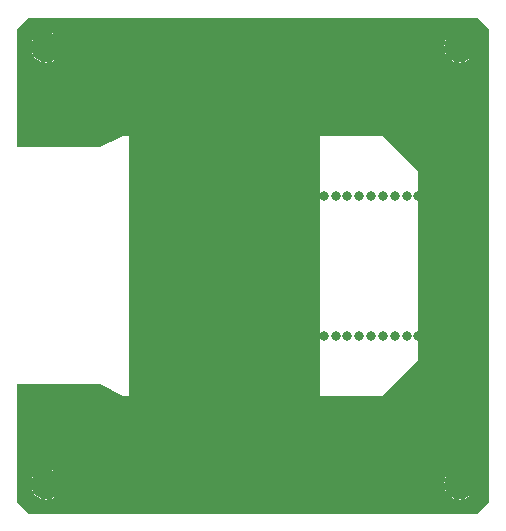
<source format=gbl>
G04 #@! TF.GenerationSoftware,KiCad,Pcbnew,7.0.7*
G04 #@! TF.CreationDate,2023-11-07T16:37:13+01:00*
G04 #@! TF.ProjectId,semkicker_gndplanes,73656d6b-6963-46b6-9572-5f676e64706c,rev?*
G04 #@! TF.SameCoordinates,Original*
G04 #@! TF.FileFunction,Copper,L2,Bot*
G04 #@! TF.FilePolarity,Positive*
%FSLAX46Y46*%
G04 Gerber Fmt 4.6, Leading zero omitted, Abs format (unit mm)*
G04 Created by KiCad (PCBNEW 7.0.7) date 2023-11-07 16:37:13*
%MOMM*%
%LPD*%
G01*
G04 APERTURE LIST*
G04 #@! TA.AperFunction,ViaPad*
%ADD10C,0.800000*%
G04 #@! TD*
G04 APERTURE END LIST*
D10*
X176300000Y-104000000D03*
X180300000Y-104000000D03*
X179300000Y-104000000D03*
X175300000Y-104000000D03*
X178300000Y-104000000D03*
X181300000Y-104000000D03*
X174300000Y-104000000D03*
X177300000Y-104000000D03*
X173300000Y-104000000D03*
X176300000Y-92100000D03*
X180300000Y-92100000D03*
X179300000Y-92100000D03*
X175300000Y-92100000D03*
X178300000Y-92100000D03*
X181300000Y-92100000D03*
X174300000Y-92100000D03*
X177300000Y-92100000D03*
X173300000Y-92100000D03*
X158300000Y-102000000D03*
X158300000Y-107000000D03*
X158300000Y-101000000D03*
X158300000Y-103000000D03*
X158300000Y-108000000D03*
X158300000Y-109000000D03*
X158300000Y-104000000D03*
X158300000Y-105000000D03*
X158300000Y-106000000D03*
X172300000Y-102000000D03*
X172300000Y-107000000D03*
X172300000Y-101000000D03*
X172300000Y-103000000D03*
X172300000Y-108000000D03*
X172300000Y-109000000D03*
X172300000Y-104000000D03*
X172300000Y-105000000D03*
X172300000Y-106000000D03*
X172300000Y-88100000D03*
X172300000Y-93100000D03*
X172300000Y-87100000D03*
X172300000Y-89100000D03*
X172300000Y-94100000D03*
X172300000Y-95100000D03*
X172300000Y-90100000D03*
X172300000Y-91100000D03*
X172300000Y-92100000D03*
X158300000Y-88100000D03*
X158300000Y-93100000D03*
X158300000Y-87100000D03*
X158300000Y-89100000D03*
X158300000Y-94100000D03*
X158300000Y-95100000D03*
X158300000Y-90100000D03*
X158300000Y-91100000D03*
X158300000Y-92100000D03*
X182300000Y-116000000D03*
X180300000Y-108000000D03*
X163300000Y-118000000D03*
X186300000Y-89000000D03*
X172300000Y-110000000D03*
X167300000Y-114000000D03*
X172300000Y-100000000D03*
X169300000Y-82000000D03*
X182300000Y-85000000D03*
X186300000Y-98000000D03*
X169300000Y-118000000D03*
X155300000Y-110000000D03*
X186300000Y-111000000D03*
X169300000Y-86000000D03*
X152300000Y-80000000D03*
X180300000Y-118000000D03*
X182300000Y-117000000D03*
X165300000Y-118000000D03*
X178300000Y-78000000D03*
X165300000Y-78000000D03*
X169300000Y-78000000D03*
X154300000Y-110000000D03*
X167300000Y-110000000D03*
X166300000Y-110000000D03*
X166300000Y-100000000D03*
X170300000Y-82000000D03*
X182300000Y-108000000D03*
X154300000Y-78000000D03*
X182300000Y-111000000D03*
X186300000Y-101000000D03*
X156300000Y-118000000D03*
X186300000Y-103000000D03*
X182300000Y-99000000D03*
X177300000Y-86000000D03*
X166300000Y-96000000D03*
X186300000Y-100000000D03*
X182300000Y-89000000D03*
X172300000Y-78000000D03*
X161300000Y-100000000D03*
X168300000Y-110000000D03*
X153300000Y-82000000D03*
X168300000Y-96000000D03*
X150300000Y-114000000D03*
X186300000Y-82000000D03*
X168300000Y-86000000D03*
X173300000Y-114000000D03*
X176300000Y-82000000D03*
X179300000Y-118000000D03*
X182300000Y-94000000D03*
X148300000Y-83000000D03*
X167300000Y-118000000D03*
X182300000Y-109000000D03*
X166300000Y-82000000D03*
X171300000Y-96000000D03*
X186300000Y-91000000D03*
X172300000Y-96000000D03*
X159300000Y-78000000D03*
X186300000Y-83000000D03*
X174300000Y-110000000D03*
X177300000Y-78000000D03*
X163300000Y-114000000D03*
X158300000Y-97000000D03*
X182300000Y-96000000D03*
X164300000Y-86000000D03*
X162300000Y-82000000D03*
X151300000Y-82000000D03*
X184300000Y-82000000D03*
X181300000Y-82000000D03*
X186300000Y-87000000D03*
X177300000Y-118000000D03*
X152300000Y-109000000D03*
X167300000Y-86000000D03*
X182300000Y-98000000D03*
X186300000Y-88000000D03*
X165300000Y-110000000D03*
X173300000Y-86000000D03*
X152300000Y-82000000D03*
X186300000Y-90000000D03*
X182300000Y-95000000D03*
X176300000Y-86000000D03*
X159300000Y-96000000D03*
X158300000Y-86000000D03*
X158300000Y-118000000D03*
X164300000Y-118000000D03*
X152300000Y-79000000D03*
X175300000Y-86000000D03*
X164300000Y-110000000D03*
X182300000Y-80000000D03*
X163300000Y-78000000D03*
X179300000Y-87000000D03*
X161300000Y-78000000D03*
X186300000Y-104000000D03*
X182300000Y-107000000D03*
X148300000Y-111000000D03*
X170300000Y-96000000D03*
X163300000Y-114000000D03*
X178300000Y-110000000D03*
X182300000Y-102000000D03*
X173300000Y-118000000D03*
X171300000Y-82000000D03*
X152300000Y-117000000D03*
X161300000Y-96000000D03*
X148300000Y-84000000D03*
X182300000Y-118000000D03*
X169300000Y-96000000D03*
X152300000Y-116000000D03*
X182300000Y-81000000D03*
X180300000Y-114000000D03*
X185300000Y-82000000D03*
X182300000Y-87000000D03*
X178300000Y-114000000D03*
X186300000Y-108000000D03*
X162300000Y-78000000D03*
X148300000Y-110000000D03*
X159300000Y-114000000D03*
X168300000Y-118000000D03*
X186300000Y-97000000D03*
X160300000Y-100000000D03*
X148300000Y-82000000D03*
X170300000Y-78000000D03*
X182300000Y-84000000D03*
X153300000Y-114000000D03*
X160300000Y-96000000D03*
X175300000Y-114000000D03*
X171300000Y-110000000D03*
X184300000Y-114000000D03*
X149300000Y-109000000D03*
X182300000Y-92000000D03*
X166300000Y-114000000D03*
X166300000Y-86000000D03*
X169300000Y-114000000D03*
X186300000Y-96000000D03*
X159300000Y-82000000D03*
X163300000Y-82000000D03*
X157300000Y-110000000D03*
X172300000Y-82000000D03*
X182300000Y-79000000D03*
X181300000Y-118000000D03*
X152300000Y-118000000D03*
X182300000Y-113000000D03*
X164300000Y-114000000D03*
X148300000Y-86000000D03*
X186300000Y-94000000D03*
X163300000Y-100000000D03*
X182300000Y-106000000D03*
X186300000Y-113000000D03*
X159300000Y-110000000D03*
X164300000Y-78000000D03*
X162300000Y-118000000D03*
X158300000Y-82000000D03*
X182300000Y-82000000D03*
X161300000Y-86000000D03*
X176300000Y-110000000D03*
X150300000Y-87000000D03*
X172300000Y-98000000D03*
X156300000Y-110000000D03*
X182300000Y-97000000D03*
X172300000Y-86000000D03*
X186300000Y-110000000D03*
X182300000Y-88000000D03*
X169300000Y-100000000D03*
X160300000Y-86000000D03*
X186300000Y-95000000D03*
X180300000Y-82000000D03*
X174300000Y-78000000D03*
X151300000Y-109000000D03*
X152300000Y-78000000D03*
X173300000Y-82000000D03*
X172300000Y-114000000D03*
X150300000Y-82000000D03*
X181300000Y-89000000D03*
X186300000Y-86000000D03*
X151300000Y-114000000D03*
X153300000Y-87000000D03*
X186300000Y-112000000D03*
X175300000Y-118000000D03*
X173300000Y-110000000D03*
X160300000Y-78000000D03*
X156300000Y-82000000D03*
X172300000Y-118000000D03*
X174300000Y-114000000D03*
X179300000Y-78000000D03*
X182300000Y-101000000D03*
X148300000Y-87000000D03*
X182300000Y-78000000D03*
X160300000Y-82000000D03*
X162300000Y-100000000D03*
X171300000Y-118000000D03*
X152300000Y-81000000D03*
X182300000Y-104000000D03*
X153300000Y-118000000D03*
X182300000Y-91000000D03*
X164300000Y-82000000D03*
X162300000Y-114000000D03*
X176300000Y-118000000D03*
X178300000Y-82000000D03*
X148300000Y-114000000D03*
X158300000Y-110000000D03*
X162300000Y-110000000D03*
X186300000Y-102000000D03*
X171300000Y-78000000D03*
X175300000Y-78000000D03*
X154300000Y-86000000D03*
X148300000Y-85000000D03*
X165300000Y-100000000D03*
X154300000Y-87000000D03*
X158300000Y-78000000D03*
X162300000Y-96000000D03*
X186300000Y-99000000D03*
X182300000Y-115000000D03*
X182300000Y-114000000D03*
X175300000Y-82000000D03*
X174300000Y-78000000D03*
X161300000Y-82000000D03*
X152300000Y-115000000D03*
X152300000Y-87000000D03*
X186300000Y-93000000D03*
X155300000Y-82000000D03*
X167300000Y-78000000D03*
X152300000Y-114000000D03*
X182300000Y-83000000D03*
X157300000Y-118000000D03*
X182300000Y-93000000D03*
X171300000Y-100000000D03*
X186300000Y-85000000D03*
X182300000Y-105000000D03*
X182300000Y-110000000D03*
X154300000Y-82000000D03*
X148300000Y-112000000D03*
X178300000Y-118000000D03*
X155300000Y-118000000D03*
X156300000Y-114000000D03*
X155300000Y-78000000D03*
X170300000Y-114000000D03*
X149300000Y-87000000D03*
X148300000Y-109000000D03*
X159300000Y-100000000D03*
X149300000Y-114000000D03*
X167300000Y-100000000D03*
X166300000Y-78000000D03*
X168300000Y-78000000D03*
X171300000Y-86000000D03*
X161300000Y-118000000D03*
X182300000Y-103000000D03*
X181300000Y-114000000D03*
X170300000Y-110000000D03*
X158300000Y-114000000D03*
X174300000Y-118000000D03*
X148300000Y-113000000D03*
X157300000Y-114000000D03*
X157300000Y-118000000D03*
X165300000Y-114000000D03*
X156300000Y-86000000D03*
X171300000Y-114000000D03*
X186300000Y-105000000D03*
X182300000Y-112000000D03*
X180300000Y-78000000D03*
X177300000Y-110000000D03*
X157300000Y-82000000D03*
X157300000Y-78000000D03*
X153300000Y-109000000D03*
X180300000Y-88000000D03*
X176300000Y-78000000D03*
X185300000Y-114000000D03*
X182300000Y-90000000D03*
X168300000Y-114000000D03*
X155300000Y-114000000D03*
X181300000Y-107000000D03*
X182300000Y-100000000D03*
X163300000Y-110000000D03*
X170300000Y-118000000D03*
X168300000Y-82000000D03*
X170300000Y-100000000D03*
X186300000Y-92000000D03*
X160300000Y-114000000D03*
X165300000Y-82000000D03*
X168300000Y-100000000D03*
X157300000Y-114000000D03*
X186300000Y-114000000D03*
X186300000Y-107000000D03*
X179300000Y-114000000D03*
X178300000Y-86000000D03*
X179300000Y-109000000D03*
X174300000Y-82000000D03*
X163300000Y-96000000D03*
X169300000Y-110000000D03*
X162300000Y-86000000D03*
X150300000Y-109000000D03*
X181300000Y-78000000D03*
X160300000Y-110000000D03*
X167300000Y-96000000D03*
X179300000Y-82000000D03*
X172300000Y-97000000D03*
X174300000Y-86000000D03*
X154300000Y-118000000D03*
X186300000Y-106000000D03*
X172300000Y-99000000D03*
X173300000Y-78000000D03*
X159300000Y-118000000D03*
X186300000Y-84000000D03*
X161300000Y-110000000D03*
X154300000Y-109000000D03*
X165300000Y-86000000D03*
X166300000Y-118000000D03*
X158300000Y-100000000D03*
X158300000Y-99000000D03*
X167300000Y-82000000D03*
X165300000Y-96000000D03*
X161300000Y-114000000D03*
X176300000Y-114000000D03*
X186300000Y-109000000D03*
X164300000Y-96000000D03*
X162300000Y-100000000D03*
X175300000Y-110000000D03*
X158300000Y-96000000D03*
X163300000Y-86000000D03*
X158300000Y-98000000D03*
X149300000Y-82000000D03*
X160300000Y-118000000D03*
X170300000Y-114000000D03*
X151300000Y-87000000D03*
X181300000Y-114000000D03*
X182300000Y-86000000D03*
X177300000Y-114000000D03*
X157300000Y-86000000D03*
X156300000Y-78000000D03*
X155300000Y-86000000D03*
X183300000Y-82000000D03*
X170300000Y-86000000D03*
X183300000Y-114000000D03*
X153300000Y-78000000D03*
X159300000Y-86000000D03*
X154300000Y-114000000D03*
X167300000Y-114000000D03*
X177300000Y-82000000D03*
X164300000Y-100000000D03*
G04 #@! TA.AperFunction,Conductor*
G36*
X150014846Y-115219296D02*
G01*
X150036131Y-115223049D01*
X150105744Y-115241701D01*
X150233981Y-115276062D01*
X150254282Y-115283451D01*
X150406020Y-115354208D01*
X150439915Y-115370014D01*
X150458633Y-115380821D01*
X150626418Y-115498305D01*
X150642976Y-115512199D01*
X150787800Y-115657023D01*
X150801694Y-115673581D01*
X150919178Y-115841366D01*
X150929985Y-115860084D01*
X151016545Y-116045710D01*
X151023938Y-116066022D01*
X151076950Y-116263868D01*
X151080703Y-116285154D01*
X151098554Y-116489193D01*
X151098554Y-116510807D01*
X151080703Y-116714845D01*
X151076950Y-116736131D01*
X151023938Y-116933977D01*
X151016545Y-116954289D01*
X150929985Y-117139915D01*
X150919178Y-117158633D01*
X150801694Y-117326418D01*
X150787800Y-117342976D01*
X150642976Y-117487800D01*
X150626418Y-117501694D01*
X150458633Y-117619178D01*
X150439915Y-117629985D01*
X150254289Y-117716545D01*
X150233977Y-117723938D01*
X150036131Y-117776950D01*
X150014845Y-117780703D01*
X149810807Y-117798554D01*
X149789193Y-117798554D01*
X149585154Y-117780703D01*
X149563868Y-117776950D01*
X149366022Y-117723938D01*
X149345710Y-117716545D01*
X149160084Y-117629985D01*
X149141366Y-117619178D01*
X148973581Y-117501694D01*
X148957023Y-117487800D01*
X148812199Y-117342976D01*
X148798305Y-117326418D01*
X148680821Y-117158633D01*
X148670014Y-117139915D01*
X148654208Y-117106020D01*
X148583451Y-116954282D01*
X148576061Y-116933977D01*
X148523049Y-116736131D01*
X148519296Y-116714845D01*
X148501445Y-116510807D01*
X148501445Y-116489193D01*
X148501446Y-116489192D01*
X148519296Y-116285151D01*
X148523049Y-116263868D01*
X148576063Y-116066014D01*
X148583449Y-116045721D01*
X148670015Y-115860081D01*
X148680821Y-115841366D01*
X148798305Y-115673581D01*
X148812193Y-115657029D01*
X148957029Y-115512193D01*
X148973581Y-115498305D01*
X149141366Y-115380821D01*
X149160081Y-115370015D01*
X149345721Y-115283449D01*
X149366014Y-115276063D01*
X149563868Y-115223048D01*
X149585151Y-115219296D01*
X149789198Y-115201445D01*
X149810802Y-115201445D01*
X150014846Y-115219296D01*
G37*
G04 #@! TD.AperFunction*
G04 #@! TA.AperFunction,Conductor*
G36*
X185014846Y-115219296D02*
G01*
X185036131Y-115223049D01*
X185105744Y-115241701D01*
X185233981Y-115276062D01*
X185254282Y-115283451D01*
X185406020Y-115354208D01*
X185439915Y-115370014D01*
X185458633Y-115380821D01*
X185626418Y-115498305D01*
X185642976Y-115512199D01*
X185787800Y-115657023D01*
X185801694Y-115673581D01*
X185919178Y-115841366D01*
X185929985Y-115860084D01*
X186016545Y-116045710D01*
X186023938Y-116066022D01*
X186076950Y-116263868D01*
X186080703Y-116285154D01*
X186098554Y-116489192D01*
X186098554Y-116510806D01*
X186080703Y-116714845D01*
X186076950Y-116736131D01*
X186023938Y-116933977D01*
X186016545Y-116954289D01*
X185929985Y-117139915D01*
X185919178Y-117158633D01*
X185801694Y-117326418D01*
X185787800Y-117342976D01*
X185642976Y-117487800D01*
X185626418Y-117501694D01*
X185458633Y-117619178D01*
X185439915Y-117629985D01*
X185254289Y-117716545D01*
X185233977Y-117723938D01*
X185036131Y-117776950D01*
X185014845Y-117780703D01*
X184810807Y-117798554D01*
X184789193Y-117798554D01*
X184585154Y-117780703D01*
X184563868Y-117776950D01*
X184366022Y-117723938D01*
X184345710Y-117716545D01*
X184160084Y-117629985D01*
X184141366Y-117619178D01*
X183973581Y-117501694D01*
X183957023Y-117487800D01*
X183812199Y-117342976D01*
X183798305Y-117326418D01*
X183680821Y-117158633D01*
X183670014Y-117139915D01*
X183654208Y-117106020D01*
X183583451Y-116954282D01*
X183576061Y-116933977D01*
X183523049Y-116736131D01*
X183519296Y-116714845D01*
X183501445Y-116510807D01*
X183501445Y-116489193D01*
X183501446Y-116489192D01*
X183519296Y-116285151D01*
X183523049Y-116263868D01*
X183576063Y-116066014D01*
X183583449Y-116045721D01*
X183670015Y-115860081D01*
X183680821Y-115841366D01*
X183798305Y-115673581D01*
X183812193Y-115657029D01*
X183957029Y-115512193D01*
X183973581Y-115498305D01*
X184141366Y-115380821D01*
X184160081Y-115370015D01*
X184345721Y-115283449D01*
X184366014Y-115276063D01*
X184563868Y-115223048D01*
X184585151Y-115219296D01*
X184789198Y-115201445D01*
X184810802Y-115201445D01*
X185014846Y-115219296D01*
G37*
G04 #@! TD.AperFunction*
G04 #@! TA.AperFunction,Conductor*
G36*
X150014846Y-78219296D02*
G01*
X150036131Y-78223049D01*
X150105744Y-78241701D01*
X150233981Y-78276062D01*
X150254282Y-78283451D01*
X150406020Y-78354208D01*
X150439915Y-78370014D01*
X150458633Y-78380821D01*
X150626418Y-78498305D01*
X150642976Y-78512199D01*
X150787800Y-78657023D01*
X150801694Y-78673581D01*
X150919178Y-78841366D01*
X150929985Y-78860084D01*
X151016545Y-79045710D01*
X151023938Y-79066022D01*
X151076950Y-79263868D01*
X151080703Y-79285154D01*
X151098554Y-79489193D01*
X151098554Y-79510807D01*
X151080703Y-79714845D01*
X151076950Y-79736131D01*
X151023938Y-79933977D01*
X151016545Y-79954289D01*
X150929985Y-80139915D01*
X150919178Y-80158633D01*
X150801694Y-80326418D01*
X150787800Y-80342976D01*
X150642976Y-80487800D01*
X150626418Y-80501694D01*
X150458633Y-80619178D01*
X150439915Y-80629985D01*
X150254289Y-80716545D01*
X150233977Y-80723938D01*
X150036131Y-80776950D01*
X150014845Y-80780703D01*
X149810806Y-80798554D01*
X149789192Y-80798554D01*
X149585154Y-80780703D01*
X149563868Y-80776950D01*
X149366022Y-80723938D01*
X149345710Y-80716545D01*
X149160084Y-80629985D01*
X149141366Y-80619178D01*
X148973581Y-80501694D01*
X148957023Y-80487800D01*
X148812199Y-80342976D01*
X148798305Y-80326418D01*
X148680821Y-80158633D01*
X148670014Y-80139915D01*
X148654208Y-80106020D01*
X148583451Y-79954282D01*
X148576061Y-79933977D01*
X148523049Y-79736131D01*
X148519296Y-79714845D01*
X148501445Y-79510807D01*
X148501445Y-79489193D01*
X148519296Y-79285154D01*
X148523049Y-79263868D01*
X148576063Y-79066014D01*
X148583449Y-79045721D01*
X148670015Y-78860081D01*
X148680821Y-78841366D01*
X148798305Y-78673581D01*
X148812193Y-78657029D01*
X148957029Y-78512193D01*
X148973581Y-78498305D01*
X149141366Y-78380821D01*
X149160081Y-78370015D01*
X149345721Y-78283449D01*
X149366014Y-78276063D01*
X149563868Y-78223048D01*
X149585151Y-78219296D01*
X149789198Y-78201445D01*
X149810802Y-78201445D01*
X150014846Y-78219296D01*
G37*
G04 #@! TD.AperFunction*
G04 #@! TA.AperFunction,Conductor*
G36*
X185014846Y-78219296D02*
G01*
X185036131Y-78223049D01*
X185105744Y-78241701D01*
X185233981Y-78276062D01*
X185254282Y-78283451D01*
X185406020Y-78354208D01*
X185439915Y-78370014D01*
X185458633Y-78380821D01*
X185626418Y-78498305D01*
X185642976Y-78512199D01*
X185787800Y-78657023D01*
X185801694Y-78673581D01*
X185919178Y-78841366D01*
X185929985Y-78860084D01*
X186016545Y-79045710D01*
X186023938Y-79066022D01*
X186076950Y-79263868D01*
X186080703Y-79285154D01*
X186098554Y-79489193D01*
X186098554Y-79510807D01*
X186080703Y-79714845D01*
X186076950Y-79736131D01*
X186023938Y-79933977D01*
X186016545Y-79954289D01*
X185929985Y-80139915D01*
X185919178Y-80158633D01*
X185801694Y-80326418D01*
X185787800Y-80342976D01*
X185642976Y-80487800D01*
X185626418Y-80501694D01*
X185458633Y-80619178D01*
X185439915Y-80629985D01*
X185254289Y-80716545D01*
X185233977Y-80723938D01*
X185036131Y-80776950D01*
X185014845Y-80780703D01*
X184810806Y-80798554D01*
X184789192Y-80798554D01*
X184585154Y-80780703D01*
X184563868Y-80776950D01*
X184366022Y-80723938D01*
X184345710Y-80716545D01*
X184160084Y-80629985D01*
X184141366Y-80619178D01*
X183973581Y-80501694D01*
X183957023Y-80487800D01*
X183812199Y-80342976D01*
X183798305Y-80326418D01*
X183680821Y-80158633D01*
X183670014Y-80139915D01*
X183654208Y-80106020D01*
X183583451Y-79954282D01*
X183576061Y-79933977D01*
X183523049Y-79736131D01*
X183519296Y-79714845D01*
X183501445Y-79510807D01*
X183501445Y-79489193D01*
X183519296Y-79285154D01*
X183523049Y-79263868D01*
X183576063Y-79066014D01*
X183583449Y-79045721D01*
X183670015Y-78860081D01*
X183680821Y-78841366D01*
X183798305Y-78673581D01*
X183812193Y-78657029D01*
X183957029Y-78512193D01*
X183973581Y-78498305D01*
X184141366Y-78380821D01*
X184160081Y-78370015D01*
X184345721Y-78283449D01*
X184366014Y-78276063D01*
X184563868Y-78223048D01*
X184585151Y-78219296D01*
X184789198Y-78201445D01*
X184810802Y-78201445D01*
X185014846Y-78219296D01*
G37*
G04 #@! TD.AperFunction*
G04 #@! TA.AperFunction,Conductor*
G36*
X186315469Y-77020185D02*
G01*
X186336111Y-77036819D01*
X187263181Y-77963888D01*
X187296666Y-78025211D01*
X187299500Y-78051569D01*
X187299500Y-117948430D01*
X187279815Y-118015469D01*
X187263181Y-118036111D01*
X186336111Y-118963181D01*
X186274788Y-118996666D01*
X186248430Y-118999500D01*
X148351569Y-118999500D01*
X148284530Y-118979815D01*
X148263888Y-118963181D01*
X147336819Y-118036111D01*
X147303334Y-117974788D01*
X147300500Y-117948430D01*
X147300500Y-116500001D01*
X148494532Y-116500001D01*
X148514364Y-116726686D01*
X148514366Y-116726697D01*
X148573258Y-116946488D01*
X148573261Y-116946497D01*
X148669431Y-117152732D01*
X148669432Y-117152734D01*
X148799954Y-117339141D01*
X148960858Y-117500045D01*
X148960861Y-117500047D01*
X149147266Y-117630568D01*
X149353504Y-117726739D01*
X149573308Y-117785635D01*
X149720973Y-117798554D01*
X149799998Y-117805468D01*
X149800000Y-117805468D01*
X149800002Y-117805468D01*
X149879027Y-117798554D01*
X150026692Y-117785635D01*
X150246496Y-117726739D01*
X150452734Y-117630568D01*
X150639139Y-117500047D01*
X150800047Y-117339139D01*
X150930568Y-117152734D01*
X151026739Y-116946496D01*
X151085635Y-116726692D01*
X151105468Y-116500001D01*
X183494532Y-116500001D01*
X183514364Y-116726686D01*
X183514366Y-116726697D01*
X183573258Y-116946488D01*
X183573261Y-116946497D01*
X183669431Y-117152732D01*
X183669432Y-117152734D01*
X183799954Y-117339141D01*
X183960858Y-117500045D01*
X183960861Y-117500047D01*
X184147266Y-117630568D01*
X184353504Y-117726739D01*
X184573308Y-117785635D01*
X184720973Y-117798554D01*
X184799998Y-117805468D01*
X184800000Y-117805468D01*
X184800002Y-117805468D01*
X184879027Y-117798554D01*
X185026692Y-117785635D01*
X185246496Y-117726739D01*
X185452734Y-117630568D01*
X185639139Y-117500047D01*
X185800047Y-117339139D01*
X185930568Y-117152734D01*
X186026739Y-116946496D01*
X186085635Y-116726692D01*
X186105468Y-116500000D01*
X186104522Y-116489192D01*
X186086671Y-116285154D01*
X186085635Y-116273308D01*
X186026739Y-116053504D01*
X185930568Y-115847266D01*
X185800047Y-115660861D01*
X185800045Y-115660858D01*
X185639141Y-115499954D01*
X185452734Y-115369432D01*
X185452732Y-115369431D01*
X185246497Y-115273261D01*
X185246488Y-115273258D01*
X185026697Y-115214366D01*
X185026693Y-115214365D01*
X185026692Y-115214365D01*
X185026691Y-115214364D01*
X185026686Y-115214364D01*
X184800002Y-115194532D01*
X184799998Y-115194532D01*
X184573313Y-115214364D01*
X184573302Y-115214366D01*
X184353511Y-115273258D01*
X184353502Y-115273261D01*
X184147267Y-115369431D01*
X184147265Y-115369432D01*
X183960858Y-115499954D01*
X183799954Y-115660858D01*
X183669432Y-115847265D01*
X183669431Y-115847267D01*
X183573261Y-116053502D01*
X183573258Y-116053511D01*
X183514366Y-116273302D01*
X183514364Y-116273313D01*
X183494532Y-116499998D01*
X183494532Y-116500001D01*
X151105468Y-116500001D01*
X151105468Y-116500000D01*
X151104522Y-116489192D01*
X151086671Y-116285154D01*
X151085635Y-116273308D01*
X151026739Y-116053504D01*
X150930568Y-115847266D01*
X150800047Y-115660861D01*
X150800045Y-115660858D01*
X150639141Y-115499954D01*
X150452734Y-115369432D01*
X150452732Y-115369431D01*
X150246497Y-115273261D01*
X150246488Y-115273258D01*
X150026697Y-115214366D01*
X150026693Y-115214365D01*
X150026692Y-115214365D01*
X150026691Y-115214364D01*
X150026686Y-115214364D01*
X149800002Y-115194532D01*
X149799998Y-115194532D01*
X149573313Y-115214364D01*
X149573302Y-115214366D01*
X149353511Y-115273258D01*
X149353502Y-115273261D01*
X149147267Y-115369431D01*
X149147265Y-115369432D01*
X148960858Y-115499954D01*
X148799954Y-115660858D01*
X148669432Y-115847265D01*
X148669431Y-115847267D01*
X148573261Y-116053502D01*
X148573258Y-116053511D01*
X148514366Y-116273302D01*
X148514364Y-116273313D01*
X148494532Y-116499998D01*
X148494532Y-116500001D01*
X147300500Y-116500001D01*
X147300500Y-108124500D01*
X147320185Y-108057461D01*
X147372989Y-108011706D01*
X147424500Y-108000500D01*
X154271728Y-108000500D01*
X154327181Y-108013590D01*
X156300000Y-109000000D01*
X156800000Y-109000000D01*
X178300000Y-109000000D01*
X181300000Y-106000000D01*
X181300000Y-101000000D01*
X181300000Y-95000000D01*
X181300000Y-90000000D01*
X178300000Y-87000000D01*
X173000000Y-87000000D01*
X156800000Y-87000000D01*
X156300000Y-87000000D01*
X154326181Y-87986909D01*
X154270728Y-88000000D01*
X147424500Y-88000000D01*
X147357461Y-87980315D01*
X147311706Y-87927511D01*
X147300500Y-87876000D01*
X147300500Y-79500001D01*
X148494532Y-79500001D01*
X148514364Y-79726686D01*
X148514366Y-79726697D01*
X148573258Y-79946488D01*
X148573261Y-79946497D01*
X148669431Y-80152732D01*
X148669432Y-80152734D01*
X148799954Y-80339141D01*
X148960858Y-80500045D01*
X148960861Y-80500047D01*
X149147266Y-80630568D01*
X149353504Y-80726739D01*
X149573308Y-80785635D01*
X149720973Y-80798554D01*
X149799998Y-80805468D01*
X149800000Y-80805468D01*
X149800002Y-80805468D01*
X149879027Y-80798554D01*
X150026692Y-80785635D01*
X150246496Y-80726739D01*
X150452734Y-80630568D01*
X150639139Y-80500047D01*
X150800047Y-80339139D01*
X150930568Y-80152734D01*
X151026739Y-79946496D01*
X151085635Y-79726692D01*
X151105468Y-79500001D01*
X183494532Y-79500001D01*
X183514364Y-79726686D01*
X183514366Y-79726697D01*
X183573258Y-79946488D01*
X183573261Y-79946497D01*
X183669431Y-80152732D01*
X183669432Y-80152734D01*
X183799954Y-80339141D01*
X183960858Y-80500045D01*
X183960861Y-80500047D01*
X184147266Y-80630568D01*
X184353504Y-80726739D01*
X184573308Y-80785635D01*
X184720973Y-80798554D01*
X184799998Y-80805468D01*
X184800000Y-80805468D01*
X184800002Y-80805468D01*
X184879027Y-80798554D01*
X185026692Y-80785635D01*
X185246496Y-80726739D01*
X185452734Y-80630568D01*
X185639139Y-80500047D01*
X185800047Y-80339139D01*
X185930568Y-80152734D01*
X186026739Y-79946496D01*
X186085635Y-79726692D01*
X186105468Y-79500000D01*
X186085635Y-79273308D01*
X186026739Y-79053504D01*
X185930568Y-78847266D01*
X185800047Y-78660861D01*
X185800045Y-78660858D01*
X185639141Y-78499954D01*
X185452734Y-78369432D01*
X185452732Y-78369431D01*
X185246497Y-78273261D01*
X185246488Y-78273258D01*
X185026697Y-78214366D01*
X185026693Y-78214365D01*
X185026692Y-78214365D01*
X185026691Y-78214364D01*
X185026686Y-78214364D01*
X184800002Y-78194532D01*
X184799998Y-78194532D01*
X184573313Y-78214364D01*
X184573302Y-78214366D01*
X184353511Y-78273258D01*
X184353502Y-78273261D01*
X184147267Y-78369431D01*
X184147265Y-78369432D01*
X183960858Y-78499954D01*
X183799954Y-78660858D01*
X183669432Y-78847265D01*
X183669431Y-78847267D01*
X183573261Y-79053502D01*
X183573258Y-79053511D01*
X183514366Y-79273302D01*
X183514364Y-79273313D01*
X183494532Y-79499998D01*
X183494532Y-79500001D01*
X151105468Y-79500001D01*
X151105468Y-79500000D01*
X151085635Y-79273308D01*
X151026739Y-79053504D01*
X150930568Y-78847266D01*
X150800047Y-78660861D01*
X150800045Y-78660858D01*
X150639141Y-78499954D01*
X150452734Y-78369432D01*
X150452732Y-78369431D01*
X150246497Y-78273261D01*
X150246488Y-78273258D01*
X150026697Y-78214366D01*
X150026693Y-78214365D01*
X150026692Y-78214365D01*
X150026691Y-78214364D01*
X150026686Y-78214364D01*
X149800002Y-78194532D01*
X149799998Y-78194532D01*
X149573313Y-78214364D01*
X149573302Y-78214366D01*
X149353511Y-78273258D01*
X149353502Y-78273261D01*
X149147267Y-78369431D01*
X149147265Y-78369432D01*
X148960858Y-78499954D01*
X148799954Y-78660858D01*
X148669432Y-78847265D01*
X148669431Y-78847267D01*
X148573261Y-79053502D01*
X148573258Y-79053511D01*
X148514366Y-79273302D01*
X148514364Y-79273313D01*
X148494532Y-79499998D01*
X148494532Y-79500001D01*
X147300500Y-79500001D01*
X147300500Y-78051569D01*
X147320185Y-77984530D01*
X147336819Y-77963888D01*
X148263888Y-77036819D01*
X148325211Y-77003334D01*
X148351569Y-77000500D01*
X186248430Y-77000500D01*
X186315469Y-77020185D01*
G37*
G04 #@! TD.AperFunction*
G04 #@! TA.AperFunction,Conductor*
G36*
X173000000Y-109000000D02*
G01*
X156800000Y-109000000D01*
X156800000Y-87000000D01*
X173000000Y-87000000D01*
X173000000Y-109000000D01*
G37*
G04 #@! TD.AperFunction*
M02*

</source>
